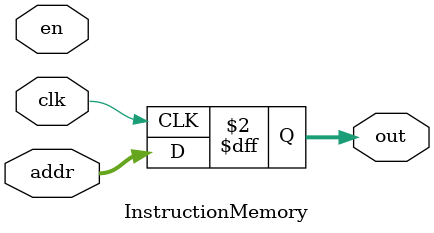
<source format=sv>


module InstructionMemory(clk,en,addr,out);

input logic clk,en;           /*declaring the clock module and the enable pin for 
										  the register                                     */


										 
input logic [31:0]addr;       /*the address for out instruction memory starts from
										  0x00000000 --->0xffffffff this will be provided by
										  the PC                                           */

										  
output logic [31:0]out;


always_ff@(posedge clk)
begin
	
	
	out[31:0]<= addr[31:0];
 
end
endmodule

</source>
